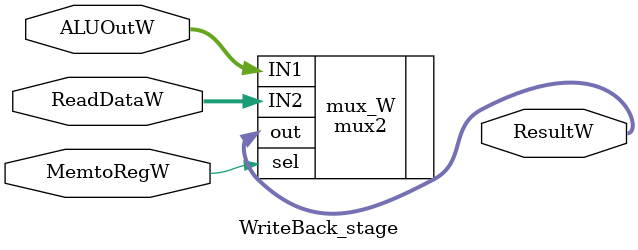
<source format=v>
module WriteBack_stage (
    input wire [31:0] ReadDataW,
    input wire [31:0] ALUOutW,
    input wire        MemtoRegW,
    output wire [31:0] ResultW
);

mux2 mux_W (
    .sel(MemtoRegW),
    .IN1(ALUOutW),
    .IN2(ReadDataW),
    .out(ResultW)
);

endmodule

</source>
